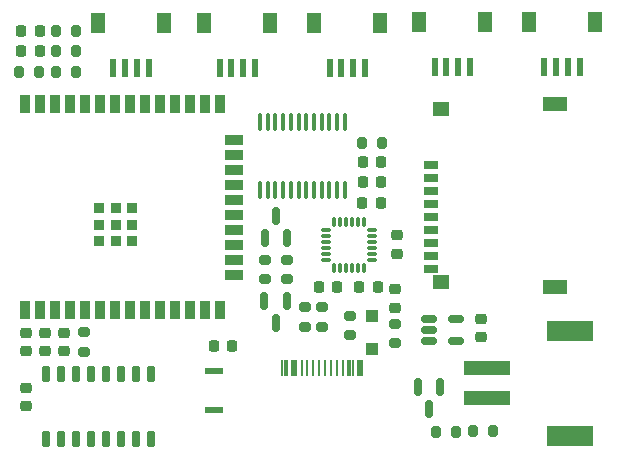
<source format=gbr>
%TF.GenerationSoftware,KiCad,Pcbnew,6.0.10-2.fc37*%
%TF.CreationDate,2023-04-26T13:00:43+02:00*%
%TF.ProjectId,motherboard,6d6f7468-6572-4626-9f61-72642e6b6963,rev?*%
%TF.SameCoordinates,Original*%
%TF.FileFunction,Paste,Top*%
%TF.FilePolarity,Positive*%
%FSLAX46Y46*%
G04 Gerber Fmt 4.6, Leading zero omitted, Abs format (unit mm)*
G04 Created by KiCad (PCBNEW 6.0.10-2.fc37) date 2023-04-26 13:00:43*
%MOMM*%
%LPD*%
G01*
G04 APERTURE LIST*
G04 Aperture macros list*
%AMRoundRect*
0 Rectangle with rounded corners*
0 $1 Rounding radius*
0 $2 $3 $4 $5 $6 $7 $8 $9 X,Y pos of 4 corners*
0 Add a 4 corners polygon primitive as box body*
4,1,4,$2,$3,$4,$5,$6,$7,$8,$9,$2,$3,0*
0 Add four circle primitives for the rounded corners*
1,1,$1+$1,$2,$3*
1,1,$1+$1,$4,$5*
1,1,$1+$1,$6,$7*
1,1,$1+$1,$8,$9*
0 Add four rect primitives between the rounded corners*
20,1,$1+$1,$2,$3,$4,$5,0*
20,1,$1+$1,$4,$5,$6,$7,0*
20,1,$1+$1,$6,$7,$8,$9,0*
20,1,$1+$1,$8,$9,$2,$3,0*%
G04 Aperture macros list end*
%ADD10R,0.250000X1.450000*%
%ADD11R,0.300000X1.450000*%
%ADD12RoundRect,0.200000X0.200000X0.275000X-0.200000X0.275000X-0.200000X-0.275000X0.200000X-0.275000X0*%
%ADD13RoundRect,0.200000X0.275000X-0.200000X0.275000X0.200000X-0.275000X0.200000X-0.275000X-0.200000X0*%
%ADD14R,0.600000X1.550000*%
%ADD15R,1.200000X1.800000*%
%ADD16RoundRect,0.200000X-0.200000X-0.275000X0.200000X-0.275000X0.200000X0.275000X-0.200000X0.275000X0*%
%ADD17RoundRect,0.150000X-0.150000X0.587500X-0.150000X-0.587500X0.150000X-0.587500X0.150000X0.587500X0*%
%ADD18RoundRect,0.150000X-0.512500X-0.150000X0.512500X-0.150000X0.512500X0.150000X-0.512500X0.150000X0*%
%ADD19RoundRect,0.225000X-0.250000X0.225000X-0.250000X-0.225000X0.250000X-0.225000X0.250000X0.225000X0*%
%ADD20RoundRect,0.225000X-0.225000X-0.250000X0.225000X-0.250000X0.225000X0.250000X-0.225000X0.250000X0*%
%ADD21R,4.000000X1.300000*%
%ADD22R,3.900000X1.800000*%
%ADD23RoundRect,0.200000X-0.275000X0.200000X-0.275000X-0.200000X0.275000X-0.200000X0.275000X0.200000X0*%
%ADD24RoundRect,0.218750X-0.218750X-0.256250X0.218750X-0.256250X0.218750X0.256250X-0.218750X0.256250X0*%
%ADD25RoundRect,0.075000X-0.350000X-0.075000X0.350000X-0.075000X0.350000X0.075000X-0.350000X0.075000X0*%
%ADD26RoundRect,0.075000X0.075000X-0.350000X0.075000X0.350000X-0.075000X0.350000X-0.075000X-0.350000X0*%
%ADD27R,1.500000X0.550000*%
%ADD28RoundRect,0.049600X0.260400X-0.605400X0.260400X0.605400X-0.260400X0.605400X-0.260400X-0.605400X0*%
%ADD29RoundRect,0.225000X0.250000X-0.225000X0.250000X0.225000X-0.250000X0.225000X-0.250000X-0.225000X0*%
%ADD30RoundRect,0.150000X0.150000X-0.587500X0.150000X0.587500X-0.150000X0.587500X-0.150000X-0.587500X0*%
%ADD31RoundRect,0.100000X-0.100000X0.637500X-0.100000X-0.637500X0.100000X-0.637500X0.100000X0.637500X0*%
%ADD32RoundRect,0.225000X0.225000X0.250000X-0.225000X0.250000X-0.225000X-0.250000X0.225000X-0.250000X0*%
%ADD33R,1.100000X1.100000*%
%ADD34R,0.900000X1.500000*%
%ADD35R,1.500000X0.900000*%
%ADD36R,0.900000X0.900000*%
%ADD37R,1.300000X0.700000*%
%ADD38R,1.400000X1.200000*%
%ADD39R,2.000000X1.200000*%
G04 APERTURE END LIST*
D10*
%TO.C,J1*%
X144945000Y-109900000D03*
X145745000Y-109900000D03*
X147070000Y-109900000D03*
X148070000Y-109900000D03*
X148570000Y-109900000D03*
X149570000Y-109900000D03*
X150895000Y-109900000D03*
X151695000Y-109900000D03*
D11*
X151420000Y-109900000D03*
X150620000Y-109900000D03*
D10*
X150070000Y-109900000D03*
X149070000Y-109900000D03*
X147570000Y-109900000D03*
X146570000Y-109900000D03*
D11*
X146020000Y-109900000D03*
X145220000Y-109900000D03*
%TD*%
D12*
%TO.C,R9*%
X159635000Y-115310000D03*
X157985000Y-115310000D03*
%TD*%
D13*
%TO.C,R2*%
X150670000Y-105475000D03*
X150670000Y-107125000D03*
%TD*%
D12*
%TO.C,R10*%
X127465000Y-81360000D03*
X125815000Y-81360000D03*
%TD*%
D13*
%TO.C,R13*%
X146850000Y-106445000D03*
X146850000Y-104795000D03*
%TD*%
D14*
%TO.C,J3*%
X170140000Y-84460000D03*
X169140000Y-84460000D03*
X168140000Y-84460000D03*
X167140000Y-84460000D03*
D15*
X171440000Y-80585000D03*
X165840000Y-80585000D03*
%TD*%
D16*
%TO.C,R12*%
X125790000Y-84860000D03*
X127440000Y-84860000D03*
%TD*%
D17*
%TO.C,Q1*%
X158310000Y-111532500D03*
X156410000Y-111532500D03*
X157360000Y-113407500D03*
%TD*%
D13*
%TO.C,R5*%
X154470000Y-107835000D03*
X154470000Y-106185000D03*
%TD*%
D18*
%TO.C,U2*%
X157332500Y-105770000D03*
X157332500Y-106720000D03*
X157332500Y-107670000D03*
X159607500Y-107670000D03*
X159607500Y-105770000D03*
%TD*%
D12*
%TO.C,R11*%
X124335000Y-84850000D03*
X122685000Y-84850000D03*
%TD*%
D19*
%TO.C,C4*%
X161800000Y-105760000D03*
X161800000Y-107310000D03*
%TD*%
%TO.C,C5*%
X123255000Y-111605000D03*
X123255000Y-113155000D03*
%TD*%
D20*
%TO.C,C14*%
X151730000Y-95990000D03*
X153280000Y-95990000D03*
%TD*%
D14*
%TO.C,J4*%
X160840000Y-84460000D03*
X159840000Y-84460000D03*
X158840000Y-84460000D03*
X157840000Y-84460000D03*
D15*
X162140000Y-80585000D03*
X156540000Y-80585000D03*
%TD*%
D20*
%TO.C,C9*%
X151770000Y-92450000D03*
X153320000Y-92450000D03*
%TD*%
D21*
%TO.C,J8*%
X162240000Y-112460000D03*
X162240000Y-109960000D03*
D22*
X169290000Y-115660000D03*
X169290000Y-106760000D03*
%TD*%
D23*
%TO.C,R4*%
X145330000Y-100740000D03*
X145330000Y-102390000D03*
%TD*%
D19*
%TO.C,C7*%
X124890000Y-108485000D03*
X124890000Y-106935000D03*
%TD*%
D17*
%TO.C,Q3*%
X145330000Y-104272500D03*
X143430000Y-104272500D03*
X144380000Y-106147500D03*
%TD*%
D13*
%TO.C,R1*%
X128140000Y-108535000D03*
X128140000Y-106885000D03*
%TD*%
D24*
%TO.C,D3*%
X122822500Y-81350000D03*
X124397500Y-81350000D03*
%TD*%
D25*
%TO.C,U5*%
X148655000Y-98240000D03*
X148655000Y-98740000D03*
X148655000Y-99240000D03*
X148655000Y-99740000D03*
X148655000Y-100240000D03*
X148655000Y-100740000D03*
D26*
X149355000Y-101440000D03*
X149855000Y-101440000D03*
X150355000Y-101440000D03*
X150855000Y-101440000D03*
X151355000Y-101440000D03*
X151855000Y-101440000D03*
D25*
X152555000Y-100740000D03*
X152555000Y-100240000D03*
X152555000Y-99740000D03*
X152555000Y-99240000D03*
X152555000Y-98740000D03*
X152555000Y-98240000D03*
D26*
X151855000Y-97540000D03*
X151355000Y-97540000D03*
X150855000Y-97540000D03*
X150355000Y-97540000D03*
X149855000Y-97540000D03*
X149355000Y-97540000D03*
%TD*%
D27*
%TO.C,S1*%
X139140000Y-113460000D03*
X139140000Y-110210000D03*
%TD*%
D24*
%TO.C,D2*%
X122860000Y-83100000D03*
X124435000Y-83100000D03*
%TD*%
D12*
%TO.C,R6*%
X127465000Y-83110000D03*
X125815000Y-83110000D03*
%TD*%
D28*
%TO.C,U3*%
X124945000Y-115960000D03*
X126215000Y-115960000D03*
X127485000Y-115960000D03*
X128755000Y-115960000D03*
X130025000Y-115960000D03*
X131295000Y-115960000D03*
X132565000Y-115960000D03*
X133835000Y-115960000D03*
X133835000Y-110460000D03*
X132565000Y-110460000D03*
X131295000Y-110460000D03*
X130025000Y-110460000D03*
X128755000Y-110460000D03*
X127485000Y-110460000D03*
X126215000Y-110460000D03*
X124945000Y-110460000D03*
%TD*%
D12*
%TO.C,R8*%
X162765000Y-115280000D03*
X161115000Y-115280000D03*
%TD*%
D29*
%TO.C,C11*%
X154650000Y-100235000D03*
X154650000Y-98685000D03*
%TD*%
D14*
%TO.C,J6*%
X142640000Y-84560000D03*
X141640000Y-84560000D03*
X140640000Y-84560000D03*
X139640000Y-84560000D03*
D15*
X143940000Y-80685000D03*
X138340000Y-80685000D03*
%TD*%
D30*
%TO.C,Q2*%
X143440000Y-98897500D03*
X145340000Y-98897500D03*
X144390000Y-97022500D03*
%TD*%
D19*
%TO.C,C8*%
X123230000Y-108470000D03*
X123230000Y-106920000D03*
%TD*%
D31*
%TO.C,U4*%
X150215000Y-89097500D03*
X149565000Y-89097500D03*
X148915000Y-89097500D03*
X148265000Y-89097500D03*
X147615000Y-89097500D03*
X146965000Y-89097500D03*
X146315000Y-89097500D03*
X145665000Y-89097500D03*
X145015000Y-89097500D03*
X144365000Y-89097500D03*
X143715000Y-89097500D03*
X143065000Y-89097500D03*
X143065000Y-94822500D03*
X143715000Y-94822500D03*
X144365000Y-94822500D03*
X145015000Y-94822500D03*
X145665000Y-94822500D03*
X146315000Y-94822500D03*
X146965000Y-94822500D03*
X147615000Y-94822500D03*
X148265000Y-94822500D03*
X148915000Y-94822500D03*
X149565000Y-94822500D03*
X150215000Y-94822500D03*
%TD*%
D19*
%TO.C,C2*%
X126440000Y-106935000D03*
X126440000Y-108485000D03*
%TD*%
D32*
%TO.C,C1*%
X140695000Y-108070000D03*
X139145000Y-108070000D03*
%TD*%
D20*
%TO.C,C10*%
X151770000Y-94200000D03*
X153320000Y-94200000D03*
%TD*%
%TO.C,C13*%
X151475000Y-103040000D03*
X153025000Y-103040000D03*
%TD*%
D12*
%TO.C,R7*%
X151725000Y-90840000D03*
X153375000Y-90840000D03*
%TD*%
D33*
%TO.C,D1*%
X152550000Y-108300000D03*
X152550000Y-105500000D03*
%TD*%
D34*
%TO.C,U1*%
X123130000Y-105042500D03*
X124400000Y-105042500D03*
X125670000Y-105042500D03*
X126940000Y-105042500D03*
X128210000Y-105042500D03*
X129480000Y-105042500D03*
X130750000Y-105042500D03*
X132020000Y-105042500D03*
X133290000Y-105042500D03*
X134560000Y-105042500D03*
X135830000Y-105042500D03*
X137100000Y-105042500D03*
X138370000Y-105042500D03*
X139640000Y-105042500D03*
D35*
X140890000Y-102007500D03*
X140890000Y-100737500D03*
X140890000Y-99467500D03*
X140890000Y-98197500D03*
X140890000Y-96927500D03*
X140890000Y-95657500D03*
X140890000Y-94387500D03*
X140890000Y-93117500D03*
X140890000Y-91847500D03*
X140890000Y-90577500D03*
D34*
X139640000Y-87542500D03*
X138370000Y-87542500D03*
X137100000Y-87542500D03*
X135830000Y-87542500D03*
X134560000Y-87542500D03*
X133290000Y-87542500D03*
X132020000Y-87542500D03*
X130750000Y-87542500D03*
X129480000Y-87542500D03*
X128210000Y-87542500D03*
X126940000Y-87542500D03*
X125670000Y-87542500D03*
X124400000Y-87542500D03*
X123130000Y-87542500D03*
D36*
X129450000Y-99192500D03*
X129450000Y-97792500D03*
X129450000Y-96392500D03*
X130850000Y-99192500D03*
X130850000Y-97792500D03*
X130850000Y-96392500D03*
X132250000Y-99192500D03*
X132250000Y-97792500D03*
X132250000Y-96392500D03*
%TD*%
D13*
%TO.C,R3*%
X143440000Y-102390000D03*
X143440000Y-100740000D03*
%TD*%
D20*
%TO.C,C12*%
X148055000Y-103040000D03*
X149605000Y-103040000D03*
%TD*%
D29*
%TO.C,C3*%
X154470000Y-104815000D03*
X154470000Y-103265000D03*
%TD*%
D37*
%TO.C,111*%
X157515000Y-92750000D03*
X157515000Y-93850000D03*
X157515000Y-94950000D03*
X157515000Y-96050000D03*
X157515000Y-97150000D03*
X157515000Y-98250000D03*
X157515000Y-99350000D03*
X157515000Y-100450000D03*
X157515000Y-101550000D03*
D38*
X158365000Y-102650000D03*
D39*
X168065000Y-103070000D03*
X168065000Y-87550000D03*
D38*
X158365000Y-87970000D03*
%TD*%
D14*
%TO.C,J7*%
X133640000Y-84560000D03*
X132640000Y-84560000D03*
X131640000Y-84560000D03*
X130640000Y-84560000D03*
D15*
X134940000Y-80685000D03*
X129340000Y-80685000D03*
%TD*%
D13*
%TO.C,R14*%
X148320000Y-106445000D03*
X148320000Y-104795000D03*
%TD*%
D14*
%TO.C,J5*%
X151940000Y-84560000D03*
X150940000Y-84560000D03*
X149940000Y-84560000D03*
X148940000Y-84560000D03*
D15*
X153240000Y-80685000D03*
X147640000Y-80685000D03*
%TD*%
M02*

</source>
